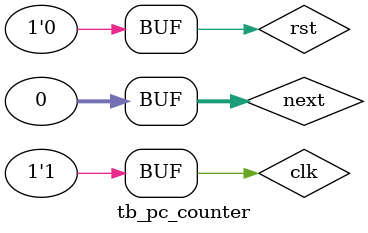
<source format=sv>
module tb_pc_counter();
logic clk, rst;
logic[31:0] actual, next;

_pc_counter UUT(clk,rst,next,actual);
_pc_counter_4 UUT2(actual, next);

initial begin
	clk = 0;
	rst = 1;
	next = 0;
	
	#5
	clk=~clk;
	rst=~rst;
	
	#5
	clk=~clk;
	
	#5
	clk=~clk;
	
	#5
	clk=~clk;
	
	#5
	clk=~clk;
	
	#5
	clk=~clk;
	
	#5
	clk=~clk;
	
	
end

endmodule
</source>
